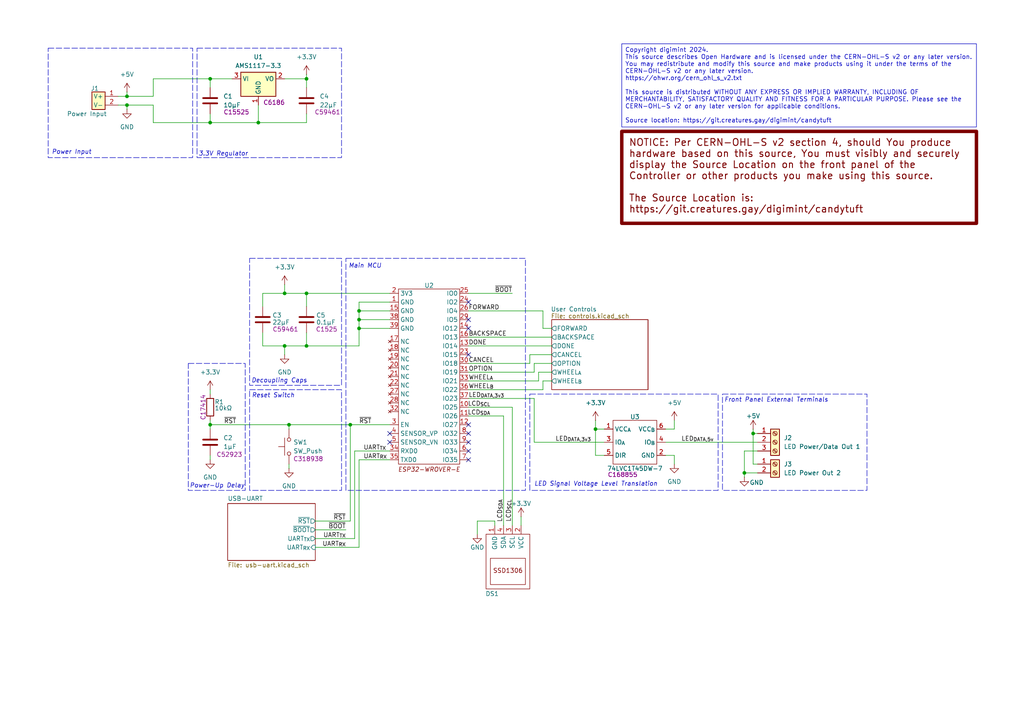
<source format=kicad_sch>
(kicad_sch (version 20231120) (generator "eeschema") (generator_version "8.0")
  (paper "A4")
  (title_block (title "Candytuft WS2811 Controller - Top Level") (date "2024-10-18") (rev "1") (company "https://git.creatures.gay/digimint/candytuft") (comment 3 "Licensed under the CERN OHL-S v2") (comment 4 "Copyright 2024 digimint"))
  (lib_symbols
    (symbol "Connector:Screw_Terminal_01x02" (pin_names (offset 1.016) hide)
      (property "Reference" "J" (at 0 2.54 0))
      (property "Value" "Screw_Terminal_01x02" (at 0 -5.08 0))
      (symbol "Screw_Terminal_01x02_1_1"
        (rectangle (start -1.27 1.27) (end 1.27 -3.81) (stroke (width 0.254)) (fill (type background)))
        (circle (center 0 -2.54) (radius 0.635) (stroke (width 0.1524)))
        (polyline (pts (xy -0.5334 -2.2098) (xy 0.3302 -3.048)) (stroke (width 0.1524)))
        (polyline (pts (xy -0.5334 0.3302) (xy 0.3302 -0.508)) (stroke (width 0.1524)))
        (polyline (pts (xy -0.3556 -2.032) (xy 0.508 -2.8702)) (stroke (width 0.1524)))
        (polyline (pts (xy -0.3556 0.508) (xy 0.508 -0.3302)) (stroke (width 0.1524)))
        (circle (center 0 0) (radius 0.635) (stroke (width 0.1524)))
        (pin passive line (at -5.08 0 0) (length 3.81) (name "Pin_1") (number "1"))
        (pin passive line (at -5.08 -2.54 0) (length 3.81) (name "Pin_2") (number "2"))
      )
    )
    (symbol "Connector:Screw_Terminal_01x03" (pin_names (offset 1.016) hide)
      (property "Reference" "J" (at 0 5.08 0))
      (property "Value" "Screw_Terminal_01x03" (at 0 -5.08 0))
      (symbol "Screw_Terminal_01x03_1_1"
        (rectangle (start -1.27 3.81) (end 1.27 -3.81) (stroke (width 0.254)) (fill (type background)))
        (circle (center 0 -2.54) (radius 0.635) (stroke (width 0.1524)))
        (polyline (pts (xy -0.5334 -2.2098) (xy 0.3302 -3.048)) (stroke (width 0.1524)))
        (polyline (pts (xy -0.5334 0.3302) (xy 0.3302 -0.508)) (stroke (width 0.1524)))
        (polyline (pts (xy -0.5334 2.8702) (xy 0.3302 2.032)) (stroke (width 0.1524)))
        (polyline (pts (xy -0.3556 -2.032) (xy 0.508 -2.8702)) (stroke (width 0.1524)))
        (polyline (pts (xy -0.3556 0.508) (xy 0.508 -0.3302)) (stroke (width 0.1524)))
        (polyline (pts (xy -0.3556 3.048) (xy 0.508 2.2098)) (stroke (width 0.1524)))
        (circle (center 0 0) (radius 0.635) (stroke (width 0.1524)))
        (circle (center 0 2.54) (radius 0.635) (stroke (width 0.1524)))
        (pin passive line (at -5.08 2.54 0) (length 3.81) (name "Pin_1") (number "1"))
        (pin passive line (at -5.08 0 0) (length 3.81) (name "Pin_2") (number "2"))
        (pin passive line (at -5.08 -2.54 0) (length 3.81) (name "Pin_3") (number "3"))
      )
    )
    (symbol "Device:C" (pin_numbers hide) (pin_names (offset 0.254))
      (property "Reference" "C" (at 0.635 2.54 0))
      (property "Value" "C" (at 0.635 -2.54 0))
      (symbol "C_0_1"
        (polyline (pts (xy -2.032 -0.762) (xy 2.032 -0.762)) (stroke (width 0.508)))
        (polyline (pts (xy -2.032 0.762) (xy 2.032 0.762)) (stroke (width 0.508)))
      )
      (symbol "C_1_1"
        (pin passive line (at 0 3.81 270) (length 2.794) (name "~") (number "1"))
        (pin passive line (at 0 -3.81 90) (length 2.794) (name "~") (number "2"))
      )
    )
    (symbol "Device:R" (pin_numbers hide) (pin_names (offset 0))
      (property "Reference" "R" (at 2.032 0 90))
      (property "Value" "R" (at 0 0 90))
      (symbol "R_0_1"
        (rectangle (start -1.016 -2.54) (end 1.016 2.54) (stroke (width 0.254)))
      )
      (symbol "R_1_1"
        (pin passive line (at 0 3.81 270) (length 1.27) (name "~") (number "1"))
        (pin passive line (at 0 -3.81 90) (length 1.27) (name "~") (number "2"))
      )
    )
    (symbol "Regulator_Linear:AMS1117-3.3"
      (property "Reference" "U" (at -3.81 3.175 0))
      (property "Value" "AMS1117-3.3" (at 0 3.175 0))
      (symbol "AMS1117-3.3_0_1"
        (rectangle (start -5.08 -5.08) (end 5.08 1.905) (stroke (width 0.254)) (fill (type background)))
      )
      (symbol "AMS1117-3.3_1_1"
        (pin power_in line (at 0 -7.62 90) (length 2.54) (name "GND") (number "1"))
        (pin power_out line (at 7.62 0 180) (length 2.54) (name "VO") (number "2"))
        (pin power_in line (at -7.62 0 0) (length 2.54) (name "VI") (number "3"))
      )
    )
    (symbol "Switch:SW_Push" (pin_numbers hide) (pin_names (offset 1.016) hide)
      (property "Reference" "SW" (at 1.27 2.54 0))
      (property "Value" "SW_Push" (at 0 -1.524 0))
      (symbol "SW_Push_0_1"
        (circle (center -2.032 0) (radius 0.508))
        (polyline (pts (xy 0 1.27) (xy 0 3.048)))
        (polyline (pts (xy 2.54 1.27) (xy -2.54 1.27)))
        (circle (center 2.032 0) (radius 0.508))
        (pin passive line (at -5.08 0 0) (length 2.54) (name "1") (number "1"))
        (pin passive line (at 5.08 0 180) (length 2.54) (name "2") (number "2"))
      )
    )
    (symbol "candytuft:74LVC1T45DW-7"
      (property "Reference" "U" (at -5.334 7.366 0))
      (property "Value" "74LVC1T45DW-7" (at 0.254 -7.62 0))
      (symbol "74LVC1T45DW-7_0_1"
        (rectangle (start -6.35 6.35) (end 6.35 -6.35))
      )
      (symbol "74LVC1T45DW-7_1_1"
        (pin power_in line (at -8.89 3.81 0) (length 2.54) (name "VCC_{A}") (number "1"))
        (pin power_in line (at 8.89 -3.81 180) (length 2.54) (name "GND") (number "2"))
        (pin bidirectional line (at -8.89 0 0) (length 2.54) (name "IO_{A}") (number "3"))
        (pin bidirectional line (at 8.89 0 180) (length 2.54) (name "IO_{B}") (number "4"))
        (pin input line (at -8.89 -3.81 0) (length 2.54) (name "DIR") (number "5"))
        (pin power_in line (at 8.89 3.81 180) (length 2.54) (name "VCC_{B}") (number "6"))
      )
    )
    (symbol "candytuft:ESP32-WROVER-E"
      (property "Reference" "U" (at -8.128 26.416 0))
      (symbol "ESP32-WROVER-E_0_1"
        (rectangle (start -8.89 25.4) (end 8.89 -25.4))
      )
      (symbol "ESP32-WROVER-E_1_1"
        (text "ESP32-WROVER-E" (at 0 -26.924 0) (effects (font (size 1.27 1.27) (italic yes))))
        (pin power_in line (at -11.43 21.59 0) (length 2.54) (name "GND") (number "1"))
        (pin bidirectional line (at 11.43 -8.89 180) (length 2.54) (name "IO25") (number "10"))
        (pin bidirectional line (at 11.43 -11.43 180) (length 2.54) (name "IO26") (number "11"))
        (pin bidirectional line (at 11.43 -13.97 180) (length 2.54) (name "IO27") (number "12"))
        (pin bidirectional line (at 11.43 8.89 180) (length 2.54) (name "IO14") (number "13"))
        (pin bidirectional line (at 11.43 13.97 180) (length 2.54) (name "IO12") (number "14"))
        (pin power_in line (at -11.43 19.05 0) (length 2.54) (name "GND") (number "15"))
        (pin bidirectional line (at 11.43 11.43 180) (length 2.54) (name "IO13") (number "16"))
        (pin no_connect line (at -11.43 10.16 0) (length 2.54) (name "NC") (number "17"))
        (pin no_connect line (at -11.43 7.62 0) (length 2.54) (name "NC") (number "18"))
        (pin no_connect line (at -11.43 5.08 0) (length 2.54) (name "NC") (number "19"))
        (pin power_in line (at -11.43 24.13 0) (length 2.54) (name "3V3") (number "2"))
        (pin no_connect line (at -11.43 2.54 0) (length 2.54) (name "NC") (number "20"))
        (pin no_connect line (at -11.43 0 0) (length 2.54) (name "NC") (number "21"))
        (pin no_connect line (at -11.43 -2.54 0) (length 2.54) (name "NC") (number "22"))
        (pin bidirectional line (at 11.43 6.35 180) (length 2.54) (name "IO15") (number "23"))
        (pin bidirectional line (at 11.43 21.59 180) (length 2.54) (name "IO2") (number "24"))
        (pin bidirectional line (at 11.43 24.13 180) (length 2.54) (name "IO0") (number "25"))
        (pin bidirectional line (at 11.43 19.05 180) (length 2.54) (name "IO4") (number "26"))
        (pin no_connect line (at -11.43 -5.08 0) (length 2.54) (name "NC") (number "27"))
        (pin no_connect line (at -11.43 -7.62 0) (length 2.54) (name "NC") (number "28"))
        (pin bidirectional line (at 11.43 16.51 180) (length 2.54) (name "IO5") (number "29"))
        (pin input line (at -11.43 -13.97 0) (length 2.54) (name "EN") (number "3"))
        (pin bidirectional line (at 11.43 3.81 180) (length 2.54) (name "IO18") (number "30"))
        (pin bidirectional line (at 11.43 1.27 180) (length 2.54) (name "IO19") (number "31"))
        (pin no_connect line (at -11.43 -10.16 0) (length 2.54) (name "NC") (number "32"))
        (pin bidirectional line (at 11.43 -1.27 180) (length 2.54) (name "IO21") (number "33"))
        (pin bidirectional line (at -11.43 -21.59 0) (length 2.54) (name "RXD0") (number "34"))
        (pin bidirectional line (at -11.43 -24.13 0) (length 2.54) (name "TXD0") (number "35"))
        (pin bidirectional line (at 11.43 -3.81 180) (length 2.54) (name "IO22") (number "36"))
        (pin bidirectional line (at 11.43 -6.35 180) (length 2.54) (name "IO23") (number "37"))
        (pin power_in line (at -11.43 16.51 0) (length 2.54) (name "GND") (number "38"))
        (pin power_in line (at -11.43 13.97 0) (length 2.54) (name "GND") (number "39"))
        (pin input line (at -11.43 -16.51 0) (length 2.54) (name "SENSOR_VP") (number "4"))
        (pin input line (at -11.43 -19.05 0) (length 2.54) (name "SENSOR_VN") (number "5"))
        (pin input line (at 11.43 -21.59 180) (length 2.54) (name "IO34") (number "6"))
        (pin input line (at 11.43 -24.13 180) (length 2.54) (name "IO35") (number "7"))
        (pin bidirectional line (at 11.43 -16.51 180) (length 2.54) (name "IO32") (number "8"))
        (pin bidirectional line (at 11.43 -19.05 180) (length 2.54) (name "IO33") (number "9"))
      )
    )
    (symbol "candytuft:Power_Input"
      (property "Reference" "J" (at 1.778 3.556 0))
      (symbol "Power_Input_1_1"
        (rectangle (start 1.27 2.54) (end 5.08 -2.54) (stroke (width 0.254)) (fill (type background)))
        (pin power_out line (at -2.54 1.27 0) (length 3.81) (name "V+") (number "1"))
        (pin power_out line (at -2.54 -1.27 0) (length 3.81) (name "V-") (number "2"))
      )
    )
    (symbol "candytuft:SSD1306_IIC_Connector"
      (property "Reference" "DS" (at 8.509 -7.366 0))
      (symbol "SSD1306_IIC_Connector_0_1"
        (rectangle (start -6.35 6.35) (end 9.525 -6.35))
        (rectangle (start 8.255 -5.08) (end 0.635 5.08))
      )
      (symbol "SSD1306_IIC_Connector_1_1"
        (text "SSD1306" (at 4.191 0 900) (effects (font (size 1.27 1.27))))
        (pin power_in line (at -8.89 -3.81 0) (length 2.54) (name "GND") (number "1"))
        (pin power_in line (at -8.89 3.81 0) (length 2.54) (name "VCC") (number "2"))
        (pin bidirectional line (at -8.89 1.27 0) (length 2.54) (name "SCL") (number "3"))
        (pin bidirectional line (at -8.89 -1.27 0) (length 2.54) (name "SDA") (number "4"))
      )
    )
    (symbol "power:+3.3V" (power) (pin_numbers hide) (pin_names (offset 0) hide)
      (property "Value" "+3.3V" (at 0 3.556 0))
      (symbol "+3.3V_0_1"
        (polyline (pts (xy -0.762 1.27) (xy 0 2.54)))
        (polyline (pts (xy 0 0) (xy 0 2.54)))
        (polyline (pts (xy 0 2.54) (xy 0.762 1.27)))
      )
      (symbol "+3.3V_1_1"
        (pin power_in line (at 0 0 90) (length 0) (name "~") (number "1"))
      )
    )
    (symbol "power:+5V" (power) (pin_numbers hide) (pin_names (offset 0) hide)
      (property "Value" "+5V" (at 0 3.556 0))
      (symbol "+5V_0_1"
        (polyline (pts (xy -0.762 1.27) (xy 0 2.54)))
        (polyline (pts (xy 0 0) (xy 0 2.54)))
        (polyline (pts (xy 0 2.54) (xy 0.762 1.27)))
      )
      (symbol "+5V_1_1"
        (pin power_in line (at 0 0 90) (length 0) (name "~") (number "1"))
      )
    )
    (symbol "power:GND" (power) (pin_numbers hide) (pin_names (offset 0) hide)
      (property "Value" "GND" (at 0 -3.81 0))
      (symbol "GND_0_1"
        (polyline (pts (xy 0 0) (xy 0 -1.27) (xy 1.27 -1.27) (xy 0 -2.54) (xy -1.27 -1.27) (xy 0 -1.27)))
      )
      (symbol "GND_1_1"
        (pin power_in line (at 0 0 270) (length 0) (name "~") (number "1"))
      )
    )
  )
  (junction (at 172.72 124.46))
  (junction (at 60.96 35.56))
  (junction (at 104.14 95.25))
  (junction (at 82.55 85.09))
  (junction (at 88.9 22.86))
  (junction (at 82.55 100.33))
  (junction (at 88.9 100.33))
  (junction (at 88.9 85.09))
  (junction (at 104.14 92.71))
  (junction (at 60.96 22.86))
  (junction (at 104.14 90.17))
  (junction (at 101.6 123.19))
  (junction (at 74.93 35.56))
  (junction (at 83.82 123.19))
  (junction (at 60.96 123.19))
  (junction (at 218.44 125.73))
  (junction (at 36.83 27.94))
  (junction (at 36.83 30.48))
  (junction (at 215.9 137.16))
  (no_connect (at 113.03 128.27))
  (no_connect (at 135.89 125.73))
  (no_connect (at 113.03 125.73))
  (no_connect (at 135.89 95.25))
  (no_connect (at 135.89 92.71))
  (no_connect (at 135.89 128.27))
  (no_connect (at 135.89 87.63))
  (no_connect (at 135.89 123.19))
  (no_connect (at 135.89 130.81))
  (no_connect (at 135.89 133.35))
  (no_connect (at 135.89 102.87))
  (wire (pts (xy 101.6 123.19) (xy 101.6 151.13)))
  (wire (pts (xy 104.14 87.63) (xy 104.14 90.17)))
  (wire (pts (xy 104.14 90.17) (xy 113.03 90.17)))
  (wire (pts (xy 36.83 30.48) (xy 36.83 31.75)))
  (wire (pts (xy 154.94 107.95) (xy 154.94 105.41)))
  (wire (pts (xy 44.45 35.56) (xy 60.96 35.56)))
  (wire (pts (xy 82.55 100.33) (xy 82.55 102.87)))
  (wire (pts (xy 218.44 125.73) (xy 218.44 134.62)))
  (wire (pts (xy 91.44 151.13) (xy 101.6 151.13)))
  (wire (pts (xy 153.67 102.87) (xy 153.67 105.41)))
  (wire (pts (xy 135.89 118.11) (xy 148.59 118.11)))
  (wire (pts (xy 76.2 100.33) (xy 82.55 100.33)))
  (wire (pts (xy 101.6 123.19) (xy 113.03 123.19)))
  (wire (pts (xy 215.9 138.43) (xy 215.9 137.16)))
  (wire (pts (xy 102.87 130.81) (xy 113.03 130.81)))
  (wire (pts (xy 82.55 22.86) (xy 88.9 22.86)))
  (wire (pts (xy 34.29 27.94) (xy 36.83 27.94)))
  (wire (pts (xy 76.2 96.52) (xy 76.2 100.33)))
  (wire (pts (xy 88.9 85.09) (xy 88.9 88.9)))
  (wire (pts (xy 104.14 90.17) (xy 104.14 92.71)))
  (wire (pts (xy 172.72 124.46) (xy 175.26 124.46)))
  (wire (pts (xy 135.89 85.09) (xy 148.59 85.09)))
  (wire (pts (xy 88.9 22.86) (xy 88.9 25.4)))
  (wire (pts (xy 160.02 107.95) (xy 156.21 107.95)))
  (wire (pts (xy 195.58 124.46) (xy 193.04 124.46)))
  (wire (pts (xy 44.45 27.94) (xy 44.45 22.86)))
  (wire (pts (xy 74.93 35.56) (xy 88.9 35.56)))
  (wire (pts (xy 160.02 102.87) (xy 153.67 102.87)))
  (wire (pts (xy 102.87 130.81) (xy 102.87 156.21)))
  (wire (pts (xy 151.13 152.4) (xy 151.13 149.86)))
  (wire (pts (xy 153.67 105.41) (xy 135.89 105.41)))
  (wire (pts (xy 76.2 85.09) (xy 82.55 85.09)))
  (wire (pts (xy 135.89 100.33) (xy 160.02 100.33)))
  (wire (pts (xy 146.05 120.65) (xy 146.05 152.4)))
  (wire (pts (xy 154.94 128.27) (xy 175.26 128.27)))
  (wire (pts (xy 104.14 133.35) (xy 113.03 133.35)))
  (wire (pts (xy 88.9 100.33) (xy 88.9 96.52)))
  (wire (pts (xy 218.44 125.73) (xy 219.71 125.73)))
  (wire (pts (xy 172.72 121.92) (xy 172.72 124.46)))
  (wire (pts (xy 218.44 134.62) (xy 219.71 134.62)))
  (wire (pts (xy 104.14 92.71) (xy 104.14 95.25)))
  (wire (pts (xy 44.45 22.86) (xy 60.96 22.86)))
  (wire (pts (xy 154.94 105.41) (xy 160.02 105.41)))
  (wire (pts (xy 91.44 158.75) (xy 104.14 158.75)))
  (wire (pts (xy 60.96 123.19) (xy 83.82 123.19)))
  (wire (pts (xy 44.45 30.48) (xy 44.45 35.56)))
  (wire (pts (xy 218.44 124.46) (xy 218.44 125.73)))
  (wire (pts (xy 143.51 151.13) (xy 138.43 151.13)))
  (wire (pts (xy 104.14 95.25) (xy 104.14 100.33)))
  (wire (pts (xy 60.96 113.03) (xy 60.96 114.3)))
  (wire (pts (xy 60.96 33.02) (xy 60.96 35.56)))
  (wire (pts (xy 88.9 85.09) (xy 113.03 85.09)))
  (wire (pts (xy 36.83 27.94) (xy 44.45 27.94)))
  (wire (pts (xy 36.83 26.67) (xy 36.83 27.94)))
  (wire (pts (xy 135.89 115.57) (xy 154.94 115.57)))
  (wire (pts (xy 88.9 100.33) (xy 104.14 100.33)))
  (wire (pts (xy 34.29 30.48) (xy 36.83 30.48)))
  (wire (pts (xy 113.03 87.63) (xy 104.14 87.63)))
  (wire (pts (xy 156.21 107.95) (xy 156.21 110.49)))
  (wire (pts (xy 91.44 156.21) (xy 102.87 156.21)))
  (wire (pts (xy 82.55 85.09) (xy 88.9 85.09)))
  (wire (pts (xy 60.96 25.4) (xy 60.96 22.86)))
  (wire (pts (xy 100.33 153.67) (xy 91.44 153.67)))
  (wire (pts (xy 157.48 90.17) (xy 135.89 90.17)))
  (wire (pts (xy 215.9 130.81) (xy 219.71 130.81)))
  (wire (pts (xy 82.55 100.33) (xy 88.9 100.33)))
  (wire (pts (xy 88.9 35.56) (xy 88.9 33.02)))
  (wire (pts (xy 104.14 92.71) (xy 113.03 92.71)))
  (wire (pts (xy 104.14 95.25) (xy 113.03 95.25)))
  (wire (pts (xy 88.9 21.59) (xy 88.9 22.86)))
  (wire (pts (xy 160.02 95.25) (xy 157.48 95.25)))
  (wire (pts (xy 60.96 133.35) (xy 60.96 132.08)))
  (wire (pts (xy 135.89 120.65) (xy 146.05 120.65)))
  (wire (pts (xy 83.82 135.89) (xy 83.82 134.62)))
  (wire (pts (xy 82.55 82.55) (xy 82.55 85.09)))
  (wire (pts (xy 148.59 118.11) (xy 148.59 152.4)))
  (wire (pts (xy 157.48 113.03) (xy 157.48 110.49)))
  (wire (pts (xy 172.72 124.46) (xy 172.72 132.08)))
  (wire (pts (xy 83.82 124.46) (xy 83.82 123.19)))
  (wire (pts (xy 104.14 133.35) (xy 104.14 158.75)))
  (wire (pts (xy 60.96 22.86) (xy 67.31 22.86)))
  (wire (pts (xy 143.51 151.13) (xy 143.51 152.4)))
  (wire (pts (xy 215.9 137.16) (xy 219.71 137.16)))
  (wire (pts (xy 195.58 132.08) (xy 195.58 134.62)))
  (wire (pts (xy 76.2 85.09) (xy 76.2 88.9)))
  (wire (pts (xy 193.04 132.08) (xy 195.58 132.08)))
  (wire (pts (xy 175.26 132.08) (xy 172.72 132.08)))
  (wire (pts (xy 195.58 121.92) (xy 195.58 124.46)))
  (wire (pts (xy 154.94 115.57) (xy 154.94 128.27)))
  (wire (pts (xy 135.89 110.49) (xy 156.21 110.49)))
  (wire (pts (xy 215.9 130.81) (xy 215.9 137.16)))
  (wire (pts (xy 60.96 35.56) (xy 74.93 35.56)))
  (wire (pts (xy 60.96 121.92) (xy 60.96 123.19)))
  (wire (pts (xy 157.48 110.49) (xy 160.02 110.49)))
  (wire (pts (xy 157.48 95.25) (xy 157.48 90.17)))
  (wire (pts (xy 138.43 151.13) (xy 138.43 154.94)))
  (wire (pts (xy 135.89 97.79) (xy 160.02 97.79)))
  (wire (pts (xy 135.89 107.95) (xy 154.94 107.95)))
  (wire (pts (xy 36.83 30.48) (xy 44.45 30.48)))
  (wire (pts (xy 193.04 128.27) (xy 219.71 128.27)))
  (wire (pts (xy 135.89 113.03) (xy 157.48 113.03)))
  (wire (pts (xy 60.96 123.19) (xy 60.96 124.46)))
  (wire (pts (xy 74.93 30.48) (xy 74.93 35.56)))
  (wire (pts (xy 83.82 123.19) (xy 101.6 123.19)))
  (rectangle (start 54.61 105.41) (end 71.12 142.24) (stroke (width 0) (type dash)))
  (rectangle (start 100.33 74.93) (end 152.4 142.24) (stroke (width 0) (type dash)))
  (rectangle (start 72.39 74.93) (end 99.06 111.76) (stroke (width 0) (type dash)))
  (rectangle (start 209.55 114.3) (end 251.46 142.24) (stroke (width 0) (type dash)))
  (rectangle (start 13.97 13.97) (end 55.88 45.72) (stroke (width 0) (type dash)))
  (rectangle (start 153.67 114.3) (end 208.28 142.24) (stroke (width 0) (type dash)))
  (rectangle (start 57.15 13.97) (end 99.06 45.72) (stroke (width 0) (type dash)))
  (rectangle (start 72.39 113.03) (end 99.06 142.24) (stroke (width 0) (type dash)))
  (text_box "Copyright digimint 2024.\nThis source describes Open Hardware and is licensed under the CERN-OHL-S v2 or any later version.\nYou may redistribute and modify this source and make products using it under the terms of the CERN-OHL-S v2 or any later version.\nhttps://ohwr.org/cern_ohl_s_v2.txt\n\nThis source is distributed WITHOUT ANY EXPRESS OR IMPLIED WARRANTY, INCLUDING OF MERCHANTABILITY, SATISFACTORY QUALITY AND FITNESS FOR A PARTICULAR PURPOSE. Please see the CERN-OHL-S v2 or any later version for applicable conditions.\n\nSource location: https://git.creatures.gay/digimint/candytuft" (at 180.34 12.7 0) (size 102.87 24.13) (effects (font (size 1.27 1.27)) (justify left top)))
  (text_box "NOTICE: Per CERN-OHL-S v2 section 4, should You produce hardware based on this source, You must visibly and securely display the Source Location on the front panel of the Controller or other products you make using this source.\n\nThe Source Location is:\nhttps://git.creatures.gay/digimint/candytuft" (at 180.34 38.1 0) (size 102.87 26.67) (stroke (width 1) (color 122 0 0 1)) (effects (font (size 2 2) (thickness 0.254) (bold yes)) (justify left top)))
  (text "Reset Switch" (at 79.248 114.808 0) (effects (font (size 1.27 1.27) (italic yes))))
  (text "Power-Up Delay" (at 62.992 140.97 0) (effects (font (size 1.27 1.27) (italic yes))))
  (text "Main MCU" (at 101.092 77.216 0) (effects (font (size 1.27 1.27) (italic yes)) (justify left)))
  (text "Front Panel External Terminals" (at 210.058 116.078 0) (effects (font (size 1.27 1.27) (italic yes)) (justify left)))
  (text "Power Input" (at 14.986 44.196 0) (effects (font (size 1.27 1.27) (italic yes)) (justify left)))
  (text "LED Signal Voltage Level Translation" (at 154.94 140.462 0) (effects (font (size 1.27 1.27) (italic yes)) (justify left)))
  (text "3.3V Regulator" (at 64.77 44.704 0) (effects (font (size 1.27 1.27) (italic yes))))
  (text "Decoupling Caps" (at 72.898 110.49 0) (effects (font (size 1.27 1.27) (italic yes)) (justify left)))
  (label "DONE" (at 135.89 100.33 0))
  (label "BACKSPACE" (at 135.89 97.79 0))
  (label "~{BOOT}" (at 148.59 85.09 180))
  (label "~{BOOT}" (at 100.33 153.67 180))
  (label "~{RST}" (at 100.33 151.13 180))
  (label "UART_{TX}" (at 105.41 130.81 0))
  (label "LCD_{SCL}" (at 148.59 144.78 270))
  (label "CANCEL" (at 135.89 105.41 0))
  (label "WHEEL_{B}" (at 135.89 113.03 0))
  (label "LED_{DATA,3v3}" (at 135.89 115.57 0))
  (label "UART_{RX}" (at 100.33 158.75 180))
  (label "UART_{RX}" (at 105.41 133.35 0))
  (label "LED_{DATA,5v}" (at 207.01 128.27 180))
  (label "WHEEL_{A}" (at 135.89 110.49 0))
  (label "~{RST}" (at 104.14 123.19 0))
  (label "OPTION" (at 135.89 107.95 0))
  (label "~{RST}" (at 68.58 123.19 180))
  (label "LED_{DATA,3v3}" (at 171.45 128.27 180))
  (label "FORWARD" (at 135.89 90.17 0))
  (label "LCD_{SDA}" (at 142.24 120.65 180))
  (label "LCD_{SCL}" (at 142.24 118.11 180))
  (label "UART_{TX}" (at 100.33 156.21 180))
  (label "LCD_{SDA}" (at 146.05 144.78 270))
  (symbol (lib_id "candytuft:ESP32-WROVER-E") (at 124.46 109.22 0) (unit 1)
    (property "Reference" "U2" (at 124.46 82.804 0))
    (property "Value" "Espressif ESP32 microcontroller with additional SPI PSRAM" (effects (hide yes)))
    (property "Footprint" "candytuft:ESP32-WROVER" (effects (hide yes)))
    (property "Description" "Espressif ESP32 microcontroller with additional SPI PSRAM" (effects (hide yes)))
  )
  (symbol (lib_id "power:+3.3V") (at 82.55 82.55 0) (unit 1)
    (property "Reference" "#PWR05" (effects (hide yes)))
    (property "Value" "+3.3V" (at 82.55 77.47 0))
    (property "Description" "Power symbol creates a global label with name \"+3.3V\"" (effects (hide yes)))
  )
  (symbol (lib_id "Connector:Screw_Terminal_01x03") (at 224.79 128.27 0) (unit 1)
    (property "Reference" "J2" (at 227.33 126.9999 0) (effects (justify left)))
    (property "Value" "LED Power/Data Out 1" (at 227.33 129.5399 0) (effects (justify left)))
    (property "Footprint" "TerminalBlock:TerminalBlock_bornier-3_P5.08mm" (effects (hide yes)))
    (property "Description" "Generic screw terminal, single row, 01x03, script generated (kicad-library-utils/schlib/autogen/connector/)" (effects (hide yes)))
  )
  (symbol (lib_id "power:+5V") (at 195.58 121.92 0) (unit 1)
    (property "Reference" "#PWR012" (effects (hide yes)))
    (property "Value" "+5V" (at 195.58 116.84 0))
    (property "Description" "Power symbol creates a global label with name \"+5V\"" (effects (hide yes)))
  )
  (symbol (lib_id "power:GND") (at 138.43 154.94 0) (unit 1)
    (property "Reference" "#PWR09" (effects (hide yes)))
    (property "Value" "GND" (at 138.43 158.75 0))
    (property "Description" "Power symbol creates a global label with name \"GND\" , ground" (effects (hide yes)))
  )
  (symbol (lib_id "Device:C") (at 76.2 92.71 0) (unit 1)
    (property "Reference" "C3" (at 78.994 91.44 0) (effects (justify left)))
    (property "Value" "22μF" (at 78.994 93.472 0) (effects (justify left)))
    (property "Footprint" "Capacitor_SMD:C_0603_1608Metric" (effects (hide yes)))
    (property "Description" "Unpolarized capacitor" (effects (hide yes)))
    (property "LCSC" "C59461" (at 82.804 95.504 0))
  )
  (symbol (lib_id "power:+3.3V") (at 172.72 121.92 0) (unit 1)
    (property "Reference" "#PWR011" (effects (hide yes)))
    (property "Value" "+3.3V" (at 172.72 116.84 0))
    (property "Description" "Power symbol creates a global label with name \"+3.3V\"" (effects (hide yes)))
  )
  (symbol (lib_id "power:+5V") (at 36.83 26.67 0) (unit 1)
    (property "Reference" "#PWR01" (effects (hide yes)))
    (property "Value" "+5V" (at 36.83 21.59 0))
    (property "Description" "Power symbol creates a global label with name \"+5V\"" (effects (hide yes)))
  )
  (symbol (lib_id "power:GND") (at 36.83 31.75 0) (unit 1)
    (property "Reference" "#PWR02" (effects (hide yes)))
    (property "Value" "GND" (at 36.83 36.83 0))
    (property "Description" "Power symbol creates a global label with name \"GND\" , ground" (effects (hide yes)))
  )
  (symbol (lib_id "Device:R") (at 60.96 118.11 0) (unit 1)
    (property "Reference" "R1" (at 62.23 116.586 0) (effects (justify left)))
    (property "Value" "10kΩ" (at 62.23 118.364 0) (effects (justify left)))
    (property "Footprint" "Resistor_SMD:R_0805_2012Metric" (effects (hide yes)))
    (property "Description" "Resistor" (effects (hide yes)))
    (property "LCSC" "C17414" (at 58.928 118.11 90))
  )
  (symbol (lib_id "power:GND") (at 195.58 134.62 0) (unit 1)
    (property "Reference" "#PWR013" (effects (hide yes)))
    (property "Value" "GND" (at 195.58 139.7 0))
    (property "Description" "Power symbol creates a global label with name \"GND\" , ground" (effects (hide yes)))
  )
  (symbol (lib_id "Device:C") (at 88.9 29.21 0) (unit 1)
    (property "Reference" "C4" (at 92.71 27.9399 0) (effects (justify left)))
    (property "Value" "22μF" (at 92.71 30.4799 0) (effects (justify left)))
    (property "Footprint" "Capacitor_SMD:C_0603_1608Metric" (effects (hide yes)))
    (property "Description" "Unpolarized capacitor" (effects (hide yes)))
    (property "LCSC" "C59461" (at 94.996 32.512 0))
  )
  (symbol (lib_id "power:GND") (at 82.55 102.87 0) (unit 1)
    (property "Reference" "#PWR06" (effects (hide yes)))
    (property "Value" "GND" (at 82.55 107.95 0))
    (property "Description" "Power symbol creates a global label with name \"GND\" , ground" (effects (hide yes)))
  )
  (symbol (lib_id "candytuft:SSD1306_IIC_Connector") (at 147.32 161.29 270) (unit 1)
    (property "Reference" "DS1" (at 142.748 172.212 90))
    (property "Value" "I2C LCD" (effects (hide yes)))
    (property "Footprint" "Connector_PinSocket_2.54mm:PinSocket_1x04_P2.54mm_Vertical" (effects (hide yes)))
  )
  (symbol (lib_id "power:+3.3V") (at 88.9 21.59 0) (unit 1)
    (property "Reference" "#PWR08" (effects (hide yes)))
    (property "Value" "+3.3V" (at 88.9 16.51 0))
    (property "Description" "Power symbol creates a global label with name \"+3.3V\"" (effects (hide yes)))
  )
  (symbol (lib_id "power:+5V") (at 218.44 124.46 0) (unit 1)
    (property "Reference" "#PWR015" (effects (hide yes)))
    (property "Value" "+5V" (at 218.44 120.65 0))
    (property "Description" "Power symbol creates a global label with name \"+5V\"" (effects (hide yes)))
  )
  (symbol (lib_id "candytuft:74LVC1T45DW-7") (at 184.15 128.27 0) (unit 1)
    (property "Reference" "U3" (at 184.15 120.904 0))
    (property "Value" "74LVC1T45DW-7" (at 184.15 135.89 0))
    (property "Footprint" "Package_TO_SOT_SMD:SOT-363_SC-70-6" (effects (hide yes)))
    (property "Description" "Bidirectional voltage translator" (effects (hide yes)))
    (property "LCSC" "C168855" (at 180.594 137.668 0))
  )
  (symbol (lib_id "power:GND") (at 60.96 133.35 0) (unit 1)
    (property "Reference" "#PWR04" (effects (hide yes)))
    (property "Value" "GND" (at 60.96 138.43 0))
    (property "Description" "Power symbol creates a global label with name \"GND\" , ground" (effects (hide yes)))
  )
  (symbol (lib_id "Device:C") (at 88.9 92.71 0) (unit 1)
    (property "Reference" "C5" (at 91.694 91.44 0) (effects (justify left)))
    (property "Value" "0.1μF" (at 91.694 93.472 0) (effects (justify left)))
    (property "Footprint" "Capacitor_SMD:C_0402_1005Metric" (effects (hide yes)))
    (property "Description" "Unpolarized capacitor" (effects (hide yes)))
    (property "LCSC" "C1525" (at 94.742 95.504 0))
  )
  (symbol (lib_id "Regulator_Linear:AMS1117-3.3") (at 74.93 22.86 0) (unit 1)
    (property "Reference" "U1" (at 74.93 16.51 0))
    (property "Value" "AMS1117-3.3" (at 74.93 19.05 0))
    (property "Footprint" "Package_TO_SOT_SMD:SOT-223-3_TabPin2" (effects (hide yes)))
    (property "Datasheet" "http://www.advanced-monolithic.com/pdf/ds1117.pdf" (effects (hide yes)))
    (property "Description" "1A Low Dropout regulator, positive, 3.3V fixed output, SOT-223" (effects (hide yes)))
    (property "LCSC" "C6186" (at 79.502 29.718 0))
  )
  (symbol (lib_id "Connector:Screw_Terminal_01x02") (at 224.79 134.62 0) (unit 1)
    (property "Reference" "J3" (at 227.33 134.6199 0) (effects (justify left)))
    (property "Value" "LED Power Out 2" (at 227.33 137.1599 0) (effects (justify left)))
    (property "Footprint" "TerminalBlock:TerminalBlock_bornier-2_P5.08mm" (effects (hide yes)))
    (property "Description" "Generic screw terminal, single row, 01x02, script generated (kicad-library-utils/schlib/autogen/connector/)" (effects (hide yes)))
  )
  (symbol (lib_id "Device:C") (at 60.96 29.21 180) (unit 1)
    (property "Reference" "C1" (at 64.77 27.9399 0) (effects (justify right)))
    (property "Value" "10μF" (at 64.77 30.4799 0) (effects (justify right)))
    (property "Footprint" "Capacitor_SMD:C_0603_1608Metric" (effects (hide yes)))
    (property "Description" "Unpolarized capacitor" (effects (hide yes)))
    (property "LCSC" "C15525" (at 68.58 32.512 0))
  )
  (symbol (lib_id "Device:C") (at 60.96 128.27 0) (unit 1)
    (property "Reference" "C2" (at 64.77 126.9999 0) (effects (justify left)))
    (property "Value" "1μF" (at 64.77 129.5399 0) (effects (justify left)))
    (property "Footprint" "Capacitor_SMD:C_0402_1005Metric" (effects (hide yes)))
    (property "Description" "Unpolarized capacitor" (effects (hide yes)))
    (property "LCSC" "C52923" (at 66.548 131.826 0))
  )
  (symbol (lib_id "power:+3.3V") (at 60.96 113.03 0) (unit 1)
    (property "Reference" "#PWR03" (effects (hide yes)))
    (property "Value" "+3.3V" (at 60.96 107.95 0))
    (property "Description" "Power symbol creates a global label with name \"+3.3V\"" (effects (hide yes)))
  )
  (symbol (lib_id "power:GND") (at 83.82 135.89 0) (unit 1)
    (property "Reference" "#PWR07" (effects (hide yes)))
    (property "Value" "GND" (at 83.82 140.97 0))
    (property "Description" "Power symbol creates a global label with name \"GND\" , ground" (effects (hide yes)))
  )
  (symbol (lib_id "Switch:SW_Push") (at 83.82 129.54 90) (unit 1)
    (property "Reference" "SW1" (at 85.09 128.2699 90) (effects (justify right)))
    (property "Value" "SW_Push" (at 85.09 130.8099 90) (effects (justify right)))
    (property "Footprint" "candytuft:TS-1101-C-W Button" (effects (hide yes)))
    (property "Description" "Push button switch, generic, two pins" (effects (hide yes)))
    (property "LCSC" "C318938" (at 89.408 133.096 90))
  )
  (symbol (lib_id "candytuft:Power_Input") (at 31.75 29.21 0) (mirror y) (unit 1)
    (property "Reference" "J1" (at 28.702 25.654 0) (effects (justify left)))
    (property "Value" "Power Input" (at 30.988 33.02 0) (effects (justify left)))
    (property "Footprint" "candytuft:HB9500-2p" (effects (hide yes)))
    (property "Description" "Generic screw terminal, single row, 01x02, script generated (kicad-library-utils/schlib/autogen/connector/)" (effects (hide yes)))
  )
  (symbol (lib_id "power:GND") (at 215.9 138.43 0) (unit 1)
    (property "Reference" "#PWR014" (effects (hide yes)))
    (property "Value" "GND" (at 219.456 139.954 0))
    (property "Description" "Power symbol creates a global label with name \"GND\" , ground" (effects (hide yes)))
  )
  (symbol (lib_id "power:+3.3V") (at 151.13 149.86 0) (unit 1)
    (property "Reference" "#PWR010" (effects (hide yes)))
    (property "Value" "+3.3V" (at 151.13 146.05 0))
    (property "Description" "Power symbol creates a global label with name \"+3.3V\"" (effects (hide yes)))
  )
  (sheet (at 66.04 146.05) (size 25.4 16.51) (stroke (width 0.1524))
    (property "Sheetname" "USB-UART" (at 66.04 145.3384 0) (effects (justify left bottom)))
    (property "Sheetfile" "usb-uart.kicad_sch" (at 66.04 163.1446 0) (effects (justify left top)))
    (pin "~{RST}" output (at 91.44 151.13 0))
    (pin "UART_{RX}" input (at 91.44 158.75 0))
    (pin "~{BOOT}" output (at 91.44 153.67 0))
    (pin "UART_{TX}" output (at 91.44 156.21 0))
  )
  (sheet (at 160.02 92.71) (size 27.94 20.32) (stroke (width 0.1524))
    (property "Sheetname" "User Controls" (at 159.766 90.424 0) (effects (justify left bottom)))
    (property "Sheetfile" "controls.kicad_sch" (at 159.766 90.932 0) (effects (justify left top)))
    (pin "OPTION" output (at 160.02 105.41 180))
    (pin "FORWARD" output (at 160.02 95.25 180))
    (pin "DONE" output (at 160.02 100.33 180))
    (pin "CANCEL" output (at 160.02 102.87 180))
    (pin "BACKSPACE" output (at 160.02 97.79 180))
    (pin "WHEEL_{A}" output (at 160.02 107.95 180))
    (pin "WHEEL_{B}" output (at 160.02 110.49 180))
  )
)
</source>
